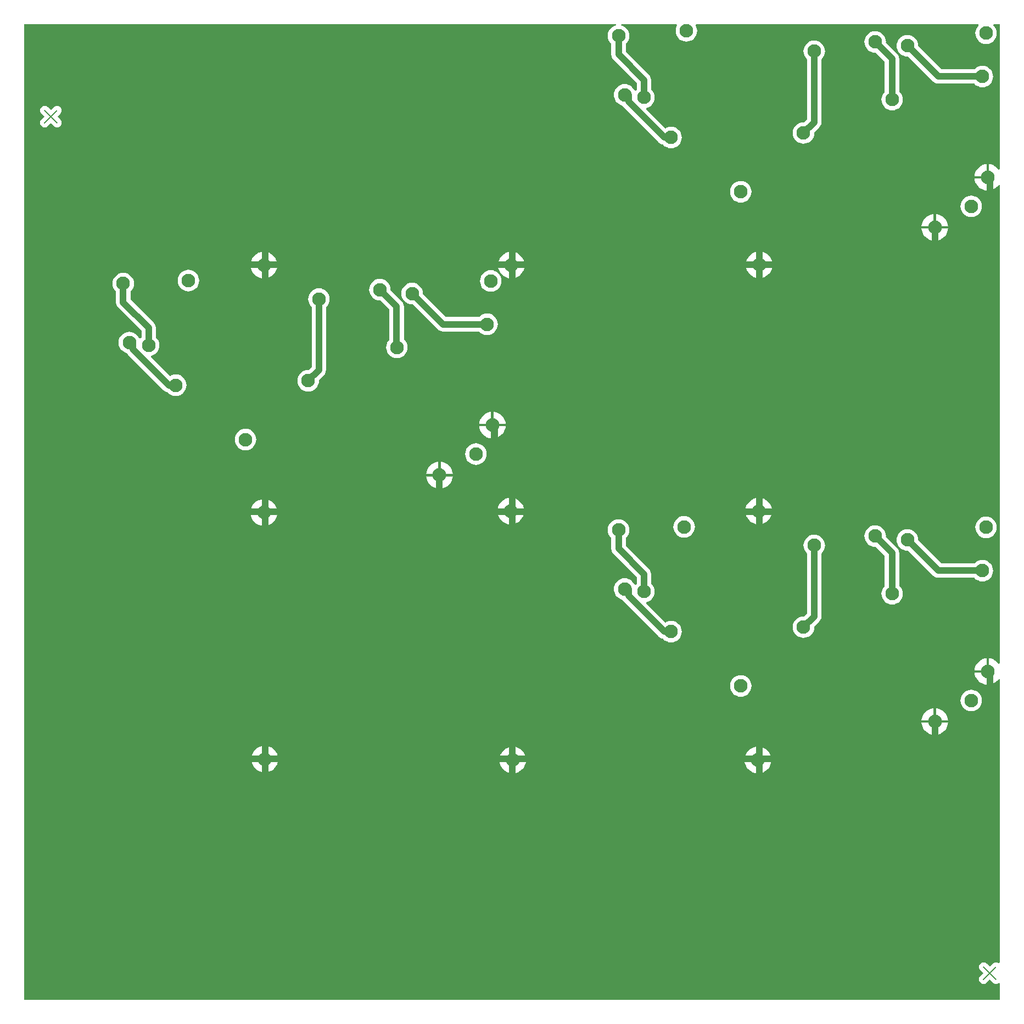
<source format=gbl>
G04 Layer_Physical_Order=2*
G04 Layer_Color=16711680*
%FSLAX25Y25*%
%MOIN*%
G70*
G01*
G75*
%ADD21C,0.03937*%
%ADD22C,0.00787*%
%ADD23C,0.08268*%
G36*
X596104Y507932D02*
X595317Y507759D01*
X594435Y508835D01*
X593206Y509843D01*
X591804Y510593D01*
X590282Y511054D01*
X589450Y511136D01*
Y503100D01*
Y495064D01*
X590282Y495146D01*
X591804Y495607D01*
X593206Y496357D01*
X594435Y497365D01*
X595317Y498441D01*
X596104Y498268D01*
Y207932D01*
X595317Y207759D01*
X594435Y208835D01*
X593206Y209843D01*
X591804Y210593D01*
X590282Y211054D01*
X589450Y211136D01*
Y203100D01*
Y195064D01*
X590282Y195146D01*
X591804Y195607D01*
X593206Y196357D01*
X594435Y197365D01*
X595317Y198441D01*
X596104Y198268D01*
Y26410D01*
X595317Y26021D01*
X595140Y26157D01*
X594469Y26435D01*
X593750Y26530D01*
X593031Y26435D01*
X592360Y26157D01*
X591784Y25716D01*
X590000Y23931D01*
X588215Y25716D01*
X587640Y26157D01*
X586969Y26435D01*
X586250Y26530D01*
X585531Y26435D01*
X584860Y26157D01*
X584284Y25716D01*
X583843Y25140D01*
X583565Y24469D01*
X583470Y23750D01*
X583565Y23031D01*
X583843Y22360D01*
X584284Y21784D01*
X586069Y20000D01*
X584284Y18215D01*
X583843Y17640D01*
X583565Y16969D01*
X583470Y16250D01*
X583565Y15531D01*
X583843Y14860D01*
X584284Y14285D01*
X584860Y13843D01*
X585531Y13565D01*
X586250Y13470D01*
X586969Y13565D01*
X587640Y13843D01*
X588215Y14285D01*
X590000Y16069D01*
X591784Y14285D01*
X592360Y13843D01*
X593031Y13565D01*
X593750Y13470D01*
X594469Y13565D01*
X595140Y13843D01*
X595317Y13979D01*
X596104Y13590D01*
Y3895D01*
X3895D01*
Y596104D01*
X362930D01*
X363046Y595317D01*
X362102Y595031D01*
X360974Y594427D01*
X359984Y593616D01*
X359173Y592626D01*
X358569Y591498D01*
X358198Y590273D01*
X358072Y589000D01*
X358198Y587727D01*
X358569Y586502D01*
X359173Y585373D01*
X359984Y584384D01*
X360232Y584181D01*
Y577600D01*
X360381Y576470D01*
X360817Y575416D01*
X361511Y574511D01*
X375632Y560391D01*
Y556419D01*
X375384Y556216D01*
X375101Y555870D01*
X374933Y555833D01*
X374177Y555985D01*
X373727Y556826D01*
X372916Y557816D01*
X371926Y558627D01*
X370798Y559231D01*
X369573Y559602D01*
X368300Y559727D01*
X367026Y559602D01*
X365802Y559231D01*
X364673Y558627D01*
X363684Y557816D01*
X362873Y556826D01*
X362269Y555698D01*
X361898Y554473D01*
X361772Y553200D01*
X361898Y551927D01*
X362269Y550702D01*
X362873Y549574D01*
X363684Y548584D01*
X364673Y547773D01*
X365802Y547169D01*
X366810Y546864D01*
X366817Y546845D01*
X367511Y545941D01*
X389241Y524211D01*
X390145Y523517D01*
X391199Y523081D01*
X391603Y523028D01*
X391884Y522684D01*
X392874Y521873D01*
X394002Y521269D01*
X395227Y520898D01*
X396500Y520773D01*
X397774Y520898D01*
X398998Y521269D01*
X400127Y521873D01*
X401116Y522684D01*
X401927Y523673D01*
X402531Y524802D01*
X402902Y526027D01*
X403027Y527300D01*
X402902Y528573D01*
X402531Y529798D01*
X401927Y530927D01*
X401116Y531916D01*
X400127Y532727D01*
X398998Y533331D01*
X397774Y533702D01*
X396500Y533827D01*
X395227Y533702D01*
X394002Y533331D01*
X393008Y532799D01*
X381347Y544460D01*
X381618Y545302D01*
X382498Y545569D01*
X383627Y546173D01*
X384616Y546984D01*
X385427Y547973D01*
X386031Y549102D01*
X386402Y550327D01*
X386527Y551600D01*
X386402Y552873D01*
X386031Y554098D01*
X385427Y555227D01*
X384616Y556216D01*
X384368Y556419D01*
Y562200D01*
X384219Y563331D01*
X383783Y564384D01*
X383089Y565289D01*
X368968Y579409D01*
Y584181D01*
X369216Y584384D01*
X370027Y585373D01*
X370631Y586502D01*
X371002Y587727D01*
X371128Y589000D01*
X371002Y590273D01*
X370631Y591498D01*
X370027Y592626D01*
X369216Y593616D01*
X368227Y594427D01*
X367098Y595031D01*
X366154Y595317D01*
X366270Y596104D01*
X399808D01*
X400207Y595317D01*
X399769Y594498D01*
X399398Y593273D01*
X399272Y592000D01*
X399398Y590727D01*
X399769Y589502D01*
X400373Y588374D01*
X401184Y587384D01*
X402174Y586573D01*
X403302Y585969D01*
X404527Y585598D01*
X405800Y585472D01*
X407073Y585598D01*
X408298Y585969D01*
X409426Y586573D01*
X410416Y587384D01*
X411227Y588374D01*
X411831Y589502D01*
X412202Y590727D01*
X412327Y592000D01*
X412202Y593273D01*
X411831Y594498D01*
X411393Y595317D01*
X411792Y596104D01*
X582926D01*
X583208Y595317D01*
X583084Y595216D01*
X582273Y594227D01*
X581669Y593098D01*
X581298Y591873D01*
X581173Y590600D01*
X581298Y589327D01*
X581669Y588102D01*
X582273Y586973D01*
X583084Y585984D01*
X584073Y585173D01*
X585202Y584569D01*
X586427Y584198D01*
X587700Y584072D01*
X588973Y584198D01*
X590198Y584569D01*
X591327Y585173D01*
X592316Y585984D01*
X593127Y586973D01*
X593731Y588102D01*
X594102Y589327D01*
X594228Y590600D01*
X594102Y591873D01*
X593731Y593098D01*
X593127Y594227D01*
X592316Y595216D01*
X592192Y595317D01*
X592474Y596104D01*
X596104D01*
Y507932D01*
D02*
G37*
%LPC*%
G36*
X148550Y298850D02*
X141264D01*
X141346Y298018D01*
X141807Y296497D01*
X142557Y295094D01*
X143565Y293865D01*
X144794Y292857D01*
X146196Y292107D01*
X147718Y291646D01*
X148550Y291564D01*
Y298850D01*
D02*
G37*
G36*
X404400Y297428D02*
X403126Y297302D01*
X401902Y296931D01*
X400773Y296327D01*
X399784Y295516D01*
X398973Y294527D01*
X398369Y293398D01*
X397998Y292174D01*
X397872Y290900D01*
X397998Y289627D01*
X398369Y288402D01*
X398973Y287274D01*
X399784Y286284D01*
X400773Y285473D01*
X401902Y284869D01*
X403126Y284498D01*
X404400Y284372D01*
X405674Y284498D01*
X406898Y284869D01*
X408027Y285473D01*
X409016Y286284D01*
X409827Y287274D01*
X410431Y288402D01*
X410802Y289627D01*
X410927Y290900D01*
X410802Y292174D01*
X410431Y293398D01*
X409827Y294527D01*
X409016Y295516D01*
X408027Y296327D01*
X406898Y296931D01*
X405674Y297302D01*
X404400Y297428D01*
D02*
G37*
G36*
X298350Y299750D02*
X291064D01*
X291146Y298918D01*
X291607Y297396D01*
X292357Y295994D01*
X293365Y294765D01*
X294594Y293757D01*
X295996Y293007D01*
X297518Y292546D01*
X298350Y292464D01*
Y299750D01*
D02*
G37*
G36*
X157336Y298850D02*
X150050D01*
Y291564D01*
X150882Y291646D01*
X152403Y292107D01*
X153806Y292857D01*
X155035Y293865D01*
X156043Y295094D01*
X156793Y296497D01*
X157254Y298018D01*
X157336Y298850D01*
D02*
G37*
G36*
X587700Y297128D02*
X586427Y297002D01*
X585202Y296631D01*
X584073Y296027D01*
X583084Y295216D01*
X582273Y294227D01*
X581669Y293098D01*
X581298Y291874D01*
X581173Y290600D01*
X581298Y289327D01*
X581669Y288102D01*
X582273Y286974D01*
X583084Y285984D01*
X584073Y285173D01*
X585202Y284569D01*
X586427Y284198D01*
X587700Y284072D01*
X588973Y284198D01*
X590198Y284569D01*
X591327Y285173D01*
X592316Y285984D01*
X593127Y286974D01*
X593731Y288102D01*
X594102Y289327D01*
X594228Y290600D01*
X594102Y291874D01*
X593731Y293098D01*
X593127Y294227D01*
X592316Y295216D01*
X591327Y296027D01*
X590198Y296631D01*
X588973Y297002D01*
X587700Y297128D01*
D02*
G37*
G36*
X520400Y291828D02*
X519127Y291702D01*
X517902Y291331D01*
X516774Y290727D01*
X515784Y289916D01*
X514973Y288927D01*
X514369Y287798D01*
X513998Y286574D01*
X513872Y285300D01*
X513998Y284027D01*
X514369Y282802D01*
X514973Y281674D01*
X515784Y280684D01*
X516774Y279873D01*
X517902Y279269D01*
X519127Y278898D01*
X520400Y278772D01*
X520719Y278804D01*
X526232Y273291D01*
Y255037D01*
X526084Y254916D01*
X525273Y253926D01*
X524669Y252798D01*
X524298Y251573D01*
X524172Y250300D01*
X524298Y249026D01*
X524669Y247802D01*
X525273Y246673D01*
X526084Y245684D01*
X527073Y244873D01*
X528202Y244269D01*
X529427Y243898D01*
X530700Y243773D01*
X531973Y243898D01*
X533198Y244269D01*
X534327Y244873D01*
X535316Y245684D01*
X536127Y246673D01*
X536731Y247802D01*
X537102Y249026D01*
X537227Y250300D01*
X537102Y251573D01*
X536731Y252798D01*
X536127Y253926D01*
X535316Y254916D01*
X534968Y255201D01*
Y275100D01*
X534819Y276231D01*
X534383Y277284D01*
X533689Y278189D01*
X526896Y284981D01*
X526928Y285300D01*
X526802Y286574D01*
X526431Y287798D01*
X525827Y288927D01*
X525016Y289916D01*
X524026Y290727D01*
X522898Y291331D01*
X521673Y291702D01*
X520400Y291828D01*
D02*
G37*
G36*
X483400Y286127D02*
X482127Y286002D01*
X480902Y285631D01*
X479774Y285027D01*
X478784Y284216D01*
X477973Y283226D01*
X477369Y282098D01*
X476998Y280873D01*
X476872Y279600D01*
X476998Y278327D01*
X477369Y277102D01*
X477973Y275974D01*
X478784Y274984D01*
X479032Y274781D01*
Y238309D01*
X477219Y236496D01*
X476900Y236527D01*
X475627Y236402D01*
X474402Y236031D01*
X473274Y235427D01*
X472284Y234616D01*
X471473Y233627D01*
X470869Y232498D01*
X470498Y231274D01*
X470372Y230000D01*
X470498Y228727D01*
X470869Y227502D01*
X471473Y226374D01*
X472284Y225384D01*
X473274Y224573D01*
X474402Y223969D01*
X475627Y223598D01*
X476900Y223472D01*
X478173Y223598D01*
X479398Y223969D01*
X480526Y224573D01*
X481516Y225384D01*
X482327Y226374D01*
X482931Y227502D01*
X483302Y228727D01*
X483427Y230000D01*
X483396Y230319D01*
X486489Y233411D01*
X487183Y234316D01*
X487619Y235369D01*
X487768Y236500D01*
Y274781D01*
X488016Y274984D01*
X488827Y275974D01*
X489431Y277102D01*
X489802Y278327D01*
X489927Y279600D01*
X489802Y280873D01*
X489431Y282098D01*
X488827Y283226D01*
X488016Y284216D01*
X487027Y285027D01*
X485898Y285631D01*
X484673Y286002D01*
X483400Y286127D01*
D02*
G37*
G36*
X539961Y289504D02*
X538687Y289378D01*
X537463Y289007D01*
X536334Y288404D01*
X535345Y287592D01*
X534533Y286603D01*
X533930Y285474D01*
X533559Y284249D01*
X533433Y282976D01*
X533559Y281703D01*
X533930Y280478D01*
X534533Y279350D01*
X535345Y278361D01*
X536334Y277549D01*
X537463Y276945D01*
X538687Y276574D01*
X539961Y276449D01*
X540428Y276495D01*
X555711Y261211D01*
X556616Y260517D01*
X557669Y260081D01*
X558800Y259932D01*
X580681D01*
X580884Y259684D01*
X581874Y258873D01*
X583002Y258269D01*
X584227Y257898D01*
X585500Y257772D01*
X586773Y257898D01*
X587998Y258269D01*
X589126Y258873D01*
X590116Y259684D01*
X590927Y260673D01*
X591531Y261802D01*
X591902Y263026D01*
X592028Y264300D01*
X591902Y265574D01*
X591531Y266798D01*
X590927Y267927D01*
X590116Y268916D01*
X589126Y269727D01*
X587998Y270331D01*
X586773Y270702D01*
X585500Y270828D01*
X584227Y270702D01*
X583002Y270331D01*
X581874Y269727D01*
X580884Y268916D01*
X580681Y268668D01*
X560609D01*
X546471Y282806D01*
X546488Y282976D01*
X546363Y284249D01*
X545991Y285474D01*
X545388Y286603D01*
X544576Y287592D01*
X543587Y288404D01*
X542459Y289007D01*
X541234Y289378D01*
X539961Y289504D01*
D02*
G37*
G36*
X364600Y295528D02*
X363327Y295402D01*
X362102Y295031D01*
X360974Y294427D01*
X359984Y293616D01*
X359173Y292627D01*
X358569Y291498D01*
X358198Y290273D01*
X358072Y289000D01*
X358198Y287726D01*
X358569Y286502D01*
X359173Y285373D01*
X359984Y284384D01*
X360232Y284181D01*
Y277600D01*
X360381Y276469D01*
X360817Y275416D01*
X361511Y274511D01*
X375632Y260391D01*
Y256419D01*
X375384Y256216D01*
X375101Y255871D01*
X374933Y255833D01*
X374177Y255985D01*
X373727Y256826D01*
X372916Y257816D01*
X371926Y258627D01*
X370798Y259231D01*
X369573Y259602D01*
X368300Y259728D01*
X367026Y259602D01*
X365802Y259231D01*
X364673Y258627D01*
X363684Y257816D01*
X362873Y256826D01*
X362269Y255698D01*
X361898Y254473D01*
X361772Y253200D01*
X361898Y251926D01*
X362269Y250702D01*
X362873Y249573D01*
X363684Y248584D01*
X364673Y247773D01*
X365802Y247169D01*
X366810Y246864D01*
X366817Y246845D01*
X367511Y245941D01*
X389241Y224211D01*
X390145Y223517D01*
X391199Y223081D01*
X391603Y223028D01*
X391884Y222684D01*
X392874Y221873D01*
X394002Y221269D01*
X395227Y220898D01*
X396500Y220773D01*
X397774Y220898D01*
X398998Y221269D01*
X400127Y221873D01*
X401116Y222684D01*
X401927Y223674D01*
X402531Y224802D01*
X402902Y226027D01*
X403027Y227300D01*
X402902Y228573D01*
X402531Y229798D01*
X401927Y230926D01*
X401116Y231916D01*
X400127Y232727D01*
X398998Y233331D01*
X397774Y233702D01*
X396500Y233827D01*
X395227Y233702D01*
X394002Y233331D01*
X393008Y232799D01*
X381347Y244460D01*
X381618Y245302D01*
X382498Y245569D01*
X383627Y246173D01*
X384616Y246984D01*
X385427Y247973D01*
X386031Y249102D01*
X386402Y250326D01*
X386527Y251600D01*
X386402Y252873D01*
X386031Y254098D01*
X385427Y255226D01*
X384616Y256216D01*
X384368Y256419D01*
Y262200D01*
X384219Y263331D01*
X383783Y264384D01*
X383089Y265289D01*
X368968Y279409D01*
Y284181D01*
X369216Y284384D01*
X370027Y285373D01*
X370631Y286502D01*
X371002Y287726D01*
X371128Y289000D01*
X371002Y290273D01*
X370631Y291498D01*
X370027Y292627D01*
X369216Y293616D01*
X368227Y294427D01*
X367098Y295031D01*
X365874Y295402D01*
X364600Y295528D01*
D02*
G37*
G36*
X307136Y299750D02*
X299850D01*
Y292464D01*
X300682Y292546D01*
X302203Y293007D01*
X303606Y293757D01*
X304835Y294765D01*
X305843Y295994D01*
X306593Y297396D01*
X307054Y298918D01*
X307136Y299750D01*
D02*
G37*
G36*
X448950Y308536D02*
X448118Y308454D01*
X446596Y307993D01*
X445194Y307243D01*
X443965Y306235D01*
X442957Y305006D01*
X442207Y303604D01*
X441746Y302082D01*
X441664Y301250D01*
X448950D01*
Y308536D01*
D02*
G37*
G36*
X299850D02*
Y301250D01*
X307136D01*
X307054Y302082D01*
X306593Y303604D01*
X305843Y305006D01*
X304835Y306235D01*
X303606Y307243D01*
X302203Y307993D01*
X300682Y308454D01*
X299850Y308536D01*
D02*
G37*
G36*
X255150Y321550D02*
X247864D01*
X247946Y320718D01*
X248407Y319197D01*
X249157Y317794D01*
X250165Y316565D01*
X251394Y315557D01*
X252797Y314807D01*
X254318Y314346D01*
X255150Y314264D01*
Y321550D01*
D02*
G37*
G36*
X450450Y308536D02*
Y301250D01*
X457736D01*
X457654Y302082D01*
X457193Y303604D01*
X456443Y305006D01*
X455435Y306235D01*
X454206Y307243D01*
X452804Y307993D01*
X451282Y308454D01*
X450450Y308536D01*
D02*
G37*
G36*
X298350D02*
X297518Y308454D01*
X295996Y307993D01*
X294594Y307243D01*
X293365Y306235D01*
X292357Y305006D01*
X291607Y303604D01*
X291146Y302082D01*
X291064Y301250D01*
X298350D01*
Y308536D01*
D02*
G37*
G36*
X457736Y299750D02*
X450450D01*
Y292464D01*
X451282Y292546D01*
X452804Y293007D01*
X454206Y293757D01*
X455435Y294765D01*
X456443Y295994D01*
X457193Y297396D01*
X457654Y298918D01*
X457736Y299750D01*
D02*
G37*
G36*
X448950D02*
X441664D01*
X441746Y298918D01*
X442207Y297396D01*
X442957Y295994D01*
X443965Y294765D01*
X445194Y293757D01*
X446596Y293007D01*
X448118Y292546D01*
X448950Y292464D01*
Y299750D01*
D02*
G37*
G36*
X150050Y307636D02*
Y300350D01*
X157336D01*
X157254Y301182D01*
X156793Y302703D01*
X156043Y304106D01*
X155035Y305335D01*
X153806Y306343D01*
X152403Y307093D01*
X150882Y307554D01*
X150050Y307636D01*
D02*
G37*
G36*
X148550D02*
X147718Y307554D01*
X146196Y307093D01*
X144794Y306343D01*
X143565Y305335D01*
X142557Y304106D01*
X141807Y302703D01*
X141346Y301182D01*
X141264Y300350D01*
X148550D01*
Y307636D01*
D02*
G37*
G36*
X587950Y211136D02*
X587118Y211054D01*
X585597Y210593D01*
X584194Y209843D01*
X582965Y208835D01*
X581957Y207606D01*
X581207Y206204D01*
X580746Y204682D01*
X580664Y203850D01*
X587950D01*
Y211136D01*
D02*
G37*
G36*
X299650Y157436D02*
X298818Y157354D01*
X297297Y156893D01*
X295894Y156143D01*
X294665Y155135D01*
X293657Y153906D01*
X292907Y152504D01*
X292446Y150982D01*
X292364Y150150D01*
X299650D01*
Y157436D01*
D02*
G37*
G36*
X157836Y149150D02*
X150550D01*
Y141864D01*
X151382Y141946D01*
X152903Y142407D01*
X154306Y143157D01*
X155535Y144165D01*
X156543Y145394D01*
X157293Y146797D01*
X157754Y148318D01*
X157836Y149150D01*
D02*
G37*
G36*
X448450Y157436D02*
X447618Y157354D01*
X446097Y156893D01*
X444694Y156143D01*
X443465Y155135D01*
X442457Y153906D01*
X441707Y152504D01*
X441246Y150982D01*
X441164Y150150D01*
X448450D01*
Y157436D01*
D02*
G37*
G36*
X301150D02*
Y150150D01*
X308436D01*
X308354Y150982D01*
X307893Y152504D01*
X307143Y153906D01*
X306135Y155135D01*
X304906Y156143D01*
X303503Y156893D01*
X301982Y157354D01*
X301150Y157436D01*
D02*
G37*
G36*
X149050Y149150D02*
X141764D01*
X141846Y148318D01*
X142307Y146797D01*
X143057Y145394D01*
X144065Y144165D01*
X145294Y143157D01*
X146696Y142407D01*
X148218Y141946D01*
X149050Y141864D01*
Y149150D01*
D02*
G37*
G36*
X308436Y148650D02*
X301150D01*
Y141364D01*
X301982Y141446D01*
X303503Y141907D01*
X304906Y142657D01*
X306135Y143665D01*
X307143Y144894D01*
X307893Y146297D01*
X308354Y147818D01*
X308436Y148650D01*
D02*
G37*
G36*
X299650D02*
X292364D01*
X292446Y147818D01*
X292907Y146297D01*
X293657Y144894D01*
X294665Y143665D01*
X295894Y142657D01*
X297297Y141907D01*
X298818Y141446D01*
X299650Y141364D01*
Y148650D01*
D02*
G37*
G36*
X457236D02*
X449950D01*
Y141364D01*
X450782Y141446D01*
X452304Y141907D01*
X453706Y142657D01*
X454935Y143665D01*
X455943Y144894D01*
X456693Y146297D01*
X457154Y147818D01*
X457236Y148650D01*
D02*
G37*
G36*
X448450D02*
X441164D01*
X441246Y147818D01*
X441707Y146297D01*
X442457Y144894D01*
X443465Y143665D01*
X444694Y142657D01*
X446097Y141907D01*
X447618Y141446D01*
X448450Y141364D01*
Y148650D01*
D02*
G37*
G36*
X449950Y157436D02*
Y150150D01*
X457236D01*
X457154Y150982D01*
X456693Y152504D01*
X455943Y153906D01*
X454935Y155135D01*
X453706Y156143D01*
X452304Y156893D01*
X450782Y157354D01*
X449950Y157436D01*
D02*
G37*
G36*
X578712Y192039D02*
X577438Y191914D01*
X576214Y191542D01*
X575085Y190939D01*
X574096Y190127D01*
X573284Y189138D01*
X572681Y188010D01*
X572310Y186785D01*
X572184Y185512D01*
X572310Y184238D01*
X572681Y183014D01*
X573284Y181885D01*
X574096Y180896D01*
X575085Y180084D01*
X576214Y179481D01*
X577438Y179110D01*
X578712Y178984D01*
X579985Y179110D01*
X581210Y179481D01*
X582338Y180084D01*
X583327Y180896D01*
X584139Y181885D01*
X584742Y183014D01*
X585114Y184238D01*
X585239Y185512D01*
X585114Y186785D01*
X584742Y188010D01*
X584139Y189138D01*
X583327Y190127D01*
X582338Y190939D01*
X581210Y191542D01*
X579985Y191914D01*
X578712Y192039D01*
D02*
G37*
G36*
X557350Y180736D02*
Y173450D01*
X564636D01*
X564554Y174282D01*
X564093Y175803D01*
X563343Y177206D01*
X562335Y178435D01*
X561106Y179443D01*
X559703Y180193D01*
X558182Y180654D01*
X557350Y180736D01*
D02*
G37*
G36*
X587950Y202350D02*
X580664D01*
X580746Y201518D01*
X581207Y199996D01*
X581957Y198594D01*
X582965Y197365D01*
X584194Y196357D01*
X585597Y195607D01*
X587118Y195146D01*
X587950Y195064D01*
Y202350D01*
D02*
G37*
G36*
X438819Y200846D02*
X437545Y200721D01*
X436321Y200349D01*
X435192Y199746D01*
X434203Y198934D01*
X433392Y197945D01*
X432788Y196817D01*
X432417Y195592D01*
X432291Y194319D01*
X432417Y193045D01*
X432788Y191821D01*
X433392Y190692D01*
X434203Y189703D01*
X435192Y188891D01*
X436321Y188288D01*
X437545Y187917D01*
X438819Y187791D01*
X440092Y187917D01*
X441317Y188288D01*
X442445Y188891D01*
X443434Y189703D01*
X444246Y190692D01*
X444849Y191821D01*
X445221Y193045D01*
X445346Y194319D01*
X445221Y195592D01*
X444849Y196817D01*
X444246Y197945D01*
X443434Y198934D01*
X442445Y199746D01*
X441317Y200349D01*
X440092Y200721D01*
X438819Y200846D01*
D02*
G37*
G36*
X555850Y180736D02*
X555018Y180654D01*
X553497Y180193D01*
X552094Y179443D01*
X550865Y178435D01*
X549857Y177206D01*
X549107Y175803D01*
X548646Y174282D01*
X548564Y173450D01*
X555850D01*
Y180736D01*
D02*
G37*
G36*
X150550Y157936D02*
Y150650D01*
X157836D01*
X157754Y151482D01*
X157293Y153004D01*
X156543Y154406D01*
X155535Y155635D01*
X154306Y156643D01*
X152903Y157393D01*
X151382Y157854D01*
X150550Y157936D01*
D02*
G37*
G36*
X149050D02*
X148218Y157854D01*
X146696Y157393D01*
X145294Y156643D01*
X144065Y155635D01*
X143057Y154406D01*
X142307Y153004D01*
X141846Y151482D01*
X141764Y150650D01*
X149050D01*
Y157936D01*
D02*
G37*
G36*
X564636Y171950D02*
X557350D01*
Y164664D01*
X558182Y164746D01*
X559703Y165207D01*
X561106Y165957D01*
X562335Y166965D01*
X563343Y168194D01*
X564093Y169597D01*
X564554Y171118D01*
X564636Y171950D01*
D02*
G37*
G36*
X555850D02*
X548564D01*
X548646Y171118D01*
X549107Y169597D01*
X549857Y168194D01*
X550865Y166965D01*
X552094Y165957D01*
X553497Y165207D01*
X555018Y164746D01*
X555850Y164664D01*
Y171950D01*
D02*
G37*
G36*
X450750Y458036D02*
Y450750D01*
X458036D01*
X457954Y451582D01*
X457493Y453103D01*
X456743Y454506D01*
X455735Y455735D01*
X454506Y456743D01*
X453103Y457493D01*
X451582Y457954D01*
X450750Y458036D01*
D02*
G37*
G36*
X449250D02*
X448418Y457954D01*
X446897Y457493D01*
X445494Y456743D01*
X444265Y455735D01*
X443257Y454506D01*
X442507Y453103D01*
X442046Y451582D01*
X441964Y450750D01*
X449250D01*
Y458036D01*
D02*
G37*
G36*
X564636Y471950D02*
X557350D01*
Y464664D01*
X558182Y464746D01*
X559703Y465207D01*
X561106Y465957D01*
X562335Y466965D01*
X563343Y468194D01*
X564093Y469596D01*
X564554Y471118D01*
X564636Y471950D01*
D02*
G37*
G36*
X555850D02*
X548564D01*
X548646Y471118D01*
X549107Y469596D01*
X549857Y468194D01*
X550865Y466965D01*
X552094Y465957D01*
X553497Y465207D01*
X555018Y464746D01*
X555850Y464664D01*
Y471950D01*
D02*
G37*
G36*
X300250Y457836D02*
Y450550D01*
X307536D01*
X307454Y451382D01*
X306993Y452904D01*
X306243Y454306D01*
X305235Y455535D01*
X304006Y456543D01*
X302604Y457293D01*
X301082Y457754D01*
X300250Y457836D01*
D02*
G37*
G36*
X148550D02*
X147718Y457754D01*
X146196Y457293D01*
X144794Y456543D01*
X143565Y455535D01*
X142557Y454306D01*
X141807Y452904D01*
X141346Y451382D01*
X141264Y450550D01*
X148550D01*
Y457836D01*
D02*
G37*
G36*
X458036Y449250D02*
X450750D01*
Y441964D01*
X451582Y442046D01*
X453103Y442507D01*
X454506Y443257D01*
X455735Y444265D01*
X456743Y445494D01*
X457493Y446897D01*
X457954Y448418D01*
X458036Y449250D01*
D02*
G37*
G36*
X298750Y457836D02*
X297918Y457754D01*
X296396Y457293D01*
X294994Y456543D01*
X293765Y455535D01*
X292757Y454306D01*
X292007Y452904D01*
X291546Y451382D01*
X291464Y450550D01*
X298750D01*
Y457836D01*
D02*
G37*
G36*
X150050D02*
Y450550D01*
X157336D01*
X157254Y451382D01*
X156793Y452904D01*
X156043Y454306D01*
X155035Y455535D01*
X153806Y456543D01*
X152403Y457293D01*
X150882Y457754D01*
X150050Y457836D01*
D02*
G37*
G36*
X555850Y480736D02*
X555018Y480654D01*
X553497Y480193D01*
X552094Y479443D01*
X550865Y478435D01*
X549857Y477206D01*
X549107Y475804D01*
X548646Y474282D01*
X548564Y473450D01*
X555850D01*
Y480736D01*
D02*
G37*
G36*
X520400Y591827D02*
X519127Y591702D01*
X517902Y591331D01*
X516774Y590727D01*
X515784Y589916D01*
X514973Y588927D01*
X514369Y587798D01*
X513998Y586573D01*
X513872Y585300D01*
X513998Y584027D01*
X514369Y582802D01*
X514973Y581673D01*
X515784Y580684D01*
X516774Y579873D01*
X517902Y579269D01*
X519127Y578898D01*
X520400Y578772D01*
X520719Y578804D01*
X526232Y573291D01*
Y555037D01*
X526084Y554916D01*
X525273Y553927D01*
X524669Y552798D01*
X524298Y551573D01*
X524172Y550300D01*
X524298Y549027D01*
X524669Y547802D01*
X525273Y546673D01*
X526084Y545684D01*
X527073Y544873D01*
X528202Y544269D01*
X529427Y543898D01*
X530700Y543773D01*
X531973Y543898D01*
X533198Y544269D01*
X534327Y544873D01*
X535316Y545684D01*
X536127Y546673D01*
X536731Y547802D01*
X537102Y549027D01*
X537227Y550300D01*
X537102Y551573D01*
X536731Y552798D01*
X536127Y553927D01*
X535316Y554916D01*
X534968Y555201D01*
Y575100D01*
X534819Y576230D01*
X534383Y577284D01*
X533689Y578189D01*
X526896Y584981D01*
X526928Y585300D01*
X526802Y586573D01*
X526431Y587798D01*
X525827Y588927D01*
X525016Y589916D01*
X524026Y590727D01*
X522898Y591331D01*
X521673Y591702D01*
X520400Y591827D01*
D02*
G37*
G36*
X483400Y586128D02*
X482127Y586002D01*
X480902Y585631D01*
X479774Y585027D01*
X478784Y584216D01*
X477973Y583226D01*
X477369Y582098D01*
X476998Y580873D01*
X476872Y579600D01*
X476998Y578327D01*
X477369Y577102D01*
X477973Y575974D01*
X478784Y574984D01*
X479032Y574781D01*
Y538309D01*
X477219Y536496D01*
X476900Y536527D01*
X475627Y536402D01*
X474402Y536031D01*
X473274Y535427D01*
X472284Y534616D01*
X471473Y533627D01*
X470869Y532498D01*
X470498Y531273D01*
X470372Y530000D01*
X470498Y528727D01*
X470869Y527502D01*
X471473Y526373D01*
X472284Y525384D01*
X473274Y524573D01*
X474402Y523969D01*
X475627Y523598D01*
X476900Y523472D01*
X478173Y523598D01*
X479398Y523969D01*
X480526Y524573D01*
X481516Y525384D01*
X482327Y526373D01*
X482931Y527502D01*
X483302Y528727D01*
X483427Y530000D01*
X483396Y530319D01*
X486489Y533411D01*
X487183Y534316D01*
X487619Y535369D01*
X487768Y536500D01*
Y574781D01*
X488016Y574984D01*
X488827Y575974D01*
X489431Y577102D01*
X489802Y578327D01*
X489927Y579600D01*
X489802Y580873D01*
X489431Y582098D01*
X488827Y583226D01*
X488016Y584216D01*
X487027Y585027D01*
X485898Y585631D01*
X484673Y586002D01*
X483400Y586128D01*
D02*
G37*
G36*
X539961Y589504D02*
X538687Y589378D01*
X537463Y589007D01*
X536334Y588404D01*
X535345Y587592D01*
X534533Y586603D01*
X533930Y585474D01*
X533559Y584249D01*
X533433Y582976D01*
X533559Y581703D01*
X533930Y580478D01*
X534533Y579350D01*
X535345Y578361D01*
X536334Y577549D01*
X537463Y576945D01*
X538687Y576574D01*
X539961Y576449D01*
X540428Y576495D01*
X555711Y561211D01*
X556616Y560517D01*
X557669Y560081D01*
X558800Y559932D01*
X580681D01*
X580884Y559684D01*
X581874Y558873D01*
X583002Y558269D01*
X584227Y557898D01*
X585500Y557772D01*
X586773Y557898D01*
X587998Y558269D01*
X589126Y558873D01*
X590116Y559684D01*
X590927Y560674D01*
X591531Y561802D01*
X591902Y563027D01*
X592028Y564300D01*
X591902Y565573D01*
X591531Y566798D01*
X590927Y567927D01*
X590116Y568916D01*
X589126Y569727D01*
X587998Y570331D01*
X586773Y570702D01*
X585500Y570827D01*
X584227Y570702D01*
X583002Y570331D01*
X581874Y569727D01*
X580884Y568916D01*
X580681Y568668D01*
X560609D01*
X546471Y582806D01*
X546488Y582976D01*
X546363Y584249D01*
X545991Y585474D01*
X545388Y586603D01*
X544576Y587592D01*
X543587Y588404D01*
X542459Y589007D01*
X541234Y589378D01*
X539961Y589504D01*
D02*
G37*
G36*
X23750Y546530D02*
X23031Y546435D01*
X22360Y546157D01*
X21784Y545716D01*
X20000Y543931D01*
X18215Y545716D01*
X17640Y546157D01*
X16969Y546435D01*
X16250Y546530D01*
X15531Y546435D01*
X14860Y546157D01*
X14285Y545716D01*
X13843Y545140D01*
X13565Y544469D01*
X13470Y543750D01*
X13565Y543031D01*
X13843Y542360D01*
X14285Y541784D01*
X16069Y540000D01*
X14285Y538215D01*
X13843Y537640D01*
X13565Y536969D01*
X13470Y536250D01*
X13565Y535531D01*
X13843Y534860D01*
X14285Y534284D01*
X14860Y533843D01*
X15531Y533565D01*
X16250Y533470D01*
X16969Y533565D01*
X17640Y533843D01*
X18215Y534284D01*
X20000Y536069D01*
X21784Y534284D01*
X22360Y533843D01*
X23031Y533565D01*
X23750Y533470D01*
X24469Y533565D01*
X25140Y533843D01*
X25716Y534284D01*
X26157Y534860D01*
X26435Y535531D01*
X26530Y536250D01*
X26435Y536969D01*
X26157Y537640D01*
X25716Y538215D01*
X23931Y540000D01*
X25716Y541784D01*
X26157Y542360D01*
X26435Y543031D01*
X26530Y543750D01*
X26435Y544469D01*
X26157Y545140D01*
X25716Y545716D01*
X25140Y546157D01*
X24469Y546435D01*
X23750Y546530D01*
D02*
G37*
G36*
X587950Y511136D02*
X587118Y511054D01*
X585597Y510593D01*
X584194Y509843D01*
X582965Y508835D01*
X581957Y507606D01*
X581207Y506204D01*
X580746Y504682D01*
X580664Y503850D01*
X587950D01*
Y511136D01*
D02*
G37*
G36*
X578712Y492039D02*
X577438Y491914D01*
X576214Y491542D01*
X575085Y490939D01*
X574096Y490127D01*
X573284Y489138D01*
X572681Y488010D01*
X572310Y486785D01*
X572184Y485512D01*
X572310Y484238D01*
X572681Y483014D01*
X573284Y481885D01*
X574096Y480896D01*
X575085Y480084D01*
X576214Y479481D01*
X577438Y479110D01*
X578712Y478984D01*
X579985Y479110D01*
X581210Y479481D01*
X582338Y480084D01*
X583327Y480896D01*
X584139Y481885D01*
X584742Y483014D01*
X585114Y484238D01*
X585239Y485512D01*
X585114Y486785D01*
X584742Y488010D01*
X584139Y489138D01*
X583327Y490127D01*
X582338Y490939D01*
X581210Y491542D01*
X579985Y491914D01*
X578712Y492039D01*
D02*
G37*
G36*
X557350Y480736D02*
Y473450D01*
X564636D01*
X564554Y474282D01*
X564093Y475804D01*
X563343Y477206D01*
X562335Y478435D01*
X561106Y479443D01*
X559703Y480193D01*
X558182Y480654D01*
X557350Y480736D01*
D02*
G37*
G36*
X587950Y502350D02*
X580664D01*
X580746Y501518D01*
X581207Y499997D01*
X581957Y498594D01*
X582965Y497365D01*
X584194Y496357D01*
X585597Y495607D01*
X587118Y495146D01*
X587950Y495064D01*
Y502350D01*
D02*
G37*
G36*
X438819Y500846D02*
X437545Y500721D01*
X436321Y500350D01*
X435192Y499746D01*
X434203Y498935D01*
X433392Y497945D01*
X432788Y496817D01*
X432417Y495592D01*
X432291Y494319D01*
X432417Y493045D01*
X432788Y491821D01*
X433392Y490692D01*
X434203Y489703D01*
X435192Y488892D01*
X436321Y488288D01*
X437545Y487917D01*
X438819Y487791D01*
X440092Y487917D01*
X441317Y488288D01*
X442445Y488892D01*
X443434Y489703D01*
X444246Y490692D01*
X444849Y491821D01*
X445221Y493045D01*
X445346Y494319D01*
X445221Y495592D01*
X444849Y496817D01*
X444246Y497945D01*
X443434Y498935D01*
X442445Y499746D01*
X441317Y500350D01*
X440092Y500721D01*
X438819Y500846D01*
D02*
G37*
G36*
X449250Y449250D02*
X441964D01*
X442046Y448418D01*
X442507Y446897D01*
X443257Y445494D01*
X444265Y444265D01*
X445494Y443257D01*
X446897Y442507D01*
X448418Y442046D01*
X449250Y441964D01*
Y449250D01*
D02*
G37*
G36*
X296036Y351950D02*
X288750D01*
Y344664D01*
X289582Y344746D01*
X291104Y345207D01*
X292506Y345957D01*
X293735Y346965D01*
X294743Y348194D01*
X295493Y349597D01*
X295954Y351118D01*
X296036Y351950D01*
D02*
G37*
G36*
X287250D02*
X279964D01*
X280046Y351118D01*
X280507Y349597D01*
X281257Y348194D01*
X282265Y346965D01*
X283494Y345957D01*
X284896Y345207D01*
X286418Y344746D01*
X287250Y344664D01*
Y351950D01*
D02*
G37*
G36*
X288750Y360736D02*
Y353450D01*
X296036D01*
X295954Y354282D01*
X295493Y355803D01*
X294743Y357206D01*
X293735Y358435D01*
X292506Y359443D01*
X291104Y360193D01*
X289582Y360654D01*
X288750Y360736D01*
D02*
G37*
G36*
X287250D02*
X286418Y360654D01*
X284896Y360193D01*
X283494Y359443D01*
X282265Y358435D01*
X281257Y357206D01*
X280507Y355803D01*
X280046Y354282D01*
X279964Y353450D01*
X287250D01*
Y360736D01*
D02*
G37*
G36*
X138119Y350446D02*
X136846Y350321D01*
X135621Y349950D01*
X134492Y349346D01*
X133503Y348534D01*
X132692Y347545D01*
X132088Y346417D01*
X131717Y345192D01*
X131591Y343919D01*
X131717Y342645D01*
X132088Y341421D01*
X132692Y340292D01*
X133503Y339303D01*
X134492Y338492D01*
X135621Y337888D01*
X136846Y337517D01*
X138119Y337391D01*
X139392Y337517D01*
X140617Y337888D01*
X141745Y338492D01*
X142735Y339303D01*
X143546Y340292D01*
X144149Y341421D01*
X144521Y342645D01*
X144646Y343919D01*
X144521Y345192D01*
X144149Y346417D01*
X143546Y347545D01*
X142735Y348534D01*
X141745Y349346D01*
X140617Y349950D01*
X139392Y350321D01*
X138119Y350446D01*
D02*
G37*
G36*
X255150Y330336D02*
X254318Y330254D01*
X252797Y329793D01*
X251394Y329043D01*
X250165Y328035D01*
X249157Y326806D01*
X248407Y325403D01*
X247946Y323882D01*
X247864Y323050D01*
X255150D01*
Y330336D01*
D02*
G37*
G36*
X263936Y321550D02*
X256650D01*
Y314264D01*
X257482Y314346D01*
X259003Y314807D01*
X260406Y315557D01*
X261635Y316565D01*
X262643Y317794D01*
X263393Y319197D01*
X263854Y320718D01*
X263936Y321550D01*
D02*
G37*
G36*
X278012Y341639D02*
X276738Y341514D01*
X275514Y341142D01*
X274385Y340539D01*
X273396Y339727D01*
X272584Y338738D01*
X271981Y337610D01*
X271610Y336385D01*
X271484Y335112D01*
X271610Y333838D01*
X271981Y332614D01*
X272584Y331485D01*
X273396Y330496D01*
X274385Y329684D01*
X275514Y329081D01*
X276738Y328710D01*
X278012Y328584D01*
X279285Y328710D01*
X280510Y329081D01*
X281638Y329684D01*
X282627Y330496D01*
X283439Y331485D01*
X284042Y332614D01*
X284414Y333838D01*
X284539Y335112D01*
X284414Y336385D01*
X284042Y337610D01*
X283439Y338738D01*
X282627Y339727D01*
X281638Y340539D01*
X280510Y341142D01*
X279285Y341514D01*
X278012Y341639D01*
D02*
G37*
G36*
X256650Y330336D02*
Y323050D01*
X263936D01*
X263854Y323882D01*
X263393Y325403D01*
X262643Y326806D01*
X261635Y328035D01*
X260406Y329043D01*
X259003Y329793D01*
X257482Y330254D01*
X256650Y330336D01*
D02*
G37*
G36*
X182700Y435728D02*
X181427Y435602D01*
X180202Y435231D01*
X179074Y434627D01*
X178084Y433816D01*
X177273Y432827D01*
X176669Y431698D01*
X176298Y430473D01*
X176172Y429200D01*
X176298Y427927D01*
X176669Y426702D01*
X177273Y425573D01*
X178084Y424584D01*
X178332Y424381D01*
Y387909D01*
X176519Y386096D01*
X176200Y386127D01*
X174926Y386002D01*
X173702Y385631D01*
X172573Y385027D01*
X171584Y384216D01*
X170773Y383226D01*
X170169Y382098D01*
X169798Y380873D01*
X169673Y379600D01*
X169798Y378327D01*
X170169Y377102D01*
X170773Y375974D01*
X171584Y374984D01*
X172573Y374173D01*
X173702Y373569D01*
X174926Y373198D01*
X176200Y373073D01*
X177473Y373198D01*
X178698Y373569D01*
X179826Y374173D01*
X180816Y374984D01*
X181627Y375974D01*
X182231Y377102D01*
X182602Y378327D01*
X182728Y379600D01*
X182696Y379919D01*
X185789Y383011D01*
X186483Y383916D01*
X186919Y384969D01*
X187068Y386100D01*
Y424381D01*
X187316Y424584D01*
X188127Y425573D01*
X188731Y426702D01*
X189102Y427927D01*
X189227Y429200D01*
X189102Y430473D01*
X188731Y431698D01*
X188127Y432827D01*
X187316Y433816D01*
X186327Y434627D01*
X185198Y435231D01*
X183974Y435602D01*
X182700Y435728D01*
D02*
G37*
G36*
X157336Y449050D02*
X150050D01*
Y441764D01*
X150882Y441846D01*
X152403Y442307D01*
X153806Y443057D01*
X155035Y444065D01*
X156043Y445294D01*
X156793Y446697D01*
X157254Y448218D01*
X157336Y449050D01*
D02*
G37*
G36*
X148550D02*
X141264D01*
X141346Y448218D01*
X141807Y446697D01*
X142557Y445294D01*
X143565Y444065D01*
X144794Y443057D01*
X146196Y442307D01*
X147718Y441846D01*
X148550Y441764D01*
Y449050D01*
D02*
G37*
G36*
X307536D02*
X300250D01*
Y441764D01*
X301082Y441846D01*
X302604Y442307D01*
X304006Y443057D01*
X305235Y444065D01*
X306243Y445294D01*
X306993Y446697D01*
X307454Y448218D01*
X307536Y449050D01*
D02*
G37*
G36*
X298750D02*
X291464D01*
X291546Y448218D01*
X292007Y446697D01*
X292757Y445294D01*
X293765Y444065D01*
X294994Y443057D01*
X296396Y442307D01*
X297918Y441846D01*
X298750Y441764D01*
Y449050D01*
D02*
G37*
G36*
X103500Y446927D02*
X102226Y446802D01*
X101002Y446431D01*
X99874Y445827D01*
X98884Y445016D01*
X98073Y444027D01*
X97469Y442898D01*
X97098Y441673D01*
X96973Y440400D01*
X97098Y439127D01*
X97469Y437902D01*
X98073Y436773D01*
X98884Y435784D01*
X99874Y434973D01*
X101002Y434369D01*
X102226Y433998D01*
X103500Y433873D01*
X104773Y433998D01*
X105998Y434369D01*
X107126Y434973D01*
X108116Y435784D01*
X108927Y436773D01*
X109531Y437902D01*
X109902Y439127D01*
X110028Y440400D01*
X109902Y441673D01*
X109531Y442898D01*
X108927Y444027D01*
X108116Y445016D01*
X107126Y445827D01*
X105998Y446431D01*
X104773Y446802D01*
X103500Y446927D01*
D02*
G37*
G36*
X63900Y445127D02*
X62626Y445002D01*
X61402Y444631D01*
X60273Y444027D01*
X59284Y443216D01*
X58473Y442227D01*
X57869Y441098D01*
X57498Y439873D01*
X57372Y438600D01*
X57498Y437327D01*
X57869Y436102D01*
X58473Y434973D01*
X59284Y433984D01*
X59532Y433781D01*
Y427200D01*
X59681Y426069D01*
X60117Y425016D01*
X60811Y424111D01*
X74932Y409991D01*
Y406019D01*
X74684Y405816D01*
X74401Y405471D01*
X74233Y405433D01*
X73477Y405585D01*
X73027Y406426D01*
X72216Y407416D01*
X71227Y408227D01*
X70098Y408831D01*
X68874Y409202D01*
X67600Y409328D01*
X66326Y409202D01*
X65102Y408831D01*
X63973Y408227D01*
X62984Y407416D01*
X62173Y406426D01*
X61569Y405298D01*
X61198Y404073D01*
X61072Y402800D01*
X61198Y401526D01*
X61569Y400302D01*
X62173Y399173D01*
X62984Y398184D01*
X63973Y397373D01*
X65102Y396769D01*
X66110Y396464D01*
X66117Y396445D01*
X66811Y395541D01*
X88541Y373811D01*
X89445Y373117D01*
X90499Y372681D01*
X90903Y372628D01*
X91184Y372284D01*
X92173Y371473D01*
X93302Y370869D01*
X94526Y370498D01*
X95800Y370373D01*
X97074Y370498D01*
X98298Y370869D01*
X99427Y371473D01*
X100416Y372284D01*
X101227Y373273D01*
X101831Y374402D01*
X102202Y375626D01*
X102328Y376900D01*
X102202Y378173D01*
X101831Y379398D01*
X101227Y380526D01*
X100416Y381516D01*
X99427Y382327D01*
X98298Y382931D01*
X97074Y383302D01*
X95800Y383428D01*
X94526Y383302D01*
X93302Y382931D01*
X92308Y382399D01*
X80647Y394060D01*
X80918Y394902D01*
X81798Y395169D01*
X82926Y395773D01*
X83916Y396584D01*
X84727Y397573D01*
X85331Y398702D01*
X85702Y399926D01*
X85827Y401200D01*
X85702Y402473D01*
X85331Y403698D01*
X84727Y404826D01*
X83916Y405816D01*
X83668Y406019D01*
Y411800D01*
X83519Y412930D01*
X83083Y413984D01*
X82389Y414889D01*
X68268Y429009D01*
Y433781D01*
X68516Y433984D01*
X69327Y434973D01*
X69931Y436102D01*
X70302Y437327D01*
X70428Y438600D01*
X70302Y439873D01*
X69931Y441098D01*
X69327Y442227D01*
X68516Y443216D01*
X67527Y444027D01*
X66398Y444631D01*
X65174Y445002D01*
X63900Y445127D01*
D02*
G37*
G36*
X219700Y441428D02*
X218426Y441302D01*
X217202Y440931D01*
X216073Y440327D01*
X215084Y439516D01*
X214273Y438526D01*
X213669Y437398D01*
X213298Y436173D01*
X213173Y434900D01*
X213298Y433627D01*
X213669Y432402D01*
X214273Y431274D01*
X215084Y430284D01*
X216073Y429473D01*
X217202Y428869D01*
X218426Y428498D01*
X219700Y428372D01*
X220019Y428404D01*
X225532Y422891D01*
Y404637D01*
X225384Y404516D01*
X224573Y403526D01*
X223969Y402398D01*
X223598Y401173D01*
X223472Y399900D01*
X223598Y398626D01*
X223969Y397402D01*
X224573Y396273D01*
X225384Y395284D01*
X226374Y394473D01*
X227502Y393869D01*
X228727Y393498D01*
X230000Y393373D01*
X231274Y393498D01*
X232498Y393869D01*
X233627Y394473D01*
X234616Y395284D01*
X235427Y396273D01*
X236031Y397402D01*
X236402Y398626D01*
X236527Y399900D01*
X236402Y401173D01*
X236031Y402398D01*
X235427Y403526D01*
X234616Y404516D01*
X234268Y404801D01*
Y424700D01*
X234119Y425831D01*
X233683Y426884D01*
X232989Y427789D01*
X226196Y434581D01*
X226227Y434900D01*
X226102Y436173D01*
X225731Y437398D01*
X225127Y438526D01*
X224316Y439516D01*
X223326Y440327D01*
X222198Y440931D01*
X220973Y441302D01*
X219700Y441428D01*
D02*
G37*
G36*
X287000Y446728D02*
X285726Y446602D01*
X284502Y446231D01*
X283373Y445627D01*
X282384Y444816D01*
X281573Y443826D01*
X280969Y442698D01*
X280598Y441473D01*
X280472Y440200D01*
X280598Y438927D01*
X280969Y437702D01*
X281573Y436574D01*
X282384Y435584D01*
X283373Y434773D01*
X284502Y434169D01*
X285726Y433798D01*
X287000Y433673D01*
X288274Y433798D01*
X289498Y434169D01*
X290627Y434773D01*
X291616Y435584D01*
X292427Y436574D01*
X293031Y437702D01*
X293402Y438927D01*
X293528Y440200D01*
X293402Y441473D01*
X293031Y442698D01*
X292427Y443826D01*
X291616Y444816D01*
X290627Y445627D01*
X289498Y446231D01*
X288274Y446602D01*
X287000Y446728D01*
D02*
G37*
G36*
X239261Y439104D02*
X237987Y438978D01*
X236763Y438607D01*
X235634Y438003D01*
X234645Y437192D01*
X233833Y436203D01*
X233230Y435074D01*
X232859Y433849D01*
X232733Y432576D01*
X232859Y431303D01*
X233230Y430078D01*
X233833Y428950D01*
X234645Y427960D01*
X235634Y427149D01*
X236763Y426545D01*
X237987Y426174D01*
X239261Y426049D01*
X239728Y426095D01*
X255011Y410811D01*
X255916Y410117D01*
X256969Y409681D01*
X258100Y409532D01*
X279981D01*
X280184Y409284D01*
X281173Y408473D01*
X282302Y407869D01*
X283526Y407498D01*
X284800Y407373D01*
X286073Y407498D01*
X287298Y407869D01*
X288426Y408473D01*
X289416Y409284D01*
X290227Y410274D01*
X290831Y411402D01*
X291202Y412627D01*
X291328Y413900D01*
X291202Y415173D01*
X290831Y416398D01*
X290227Y417526D01*
X289416Y418516D01*
X288426Y419327D01*
X287298Y419931D01*
X286073Y420302D01*
X284800Y420428D01*
X283526Y420302D01*
X282302Y419931D01*
X281173Y419327D01*
X280184Y418516D01*
X279981Y418268D01*
X259909D01*
X245771Y432406D01*
X245788Y432576D01*
X245663Y433849D01*
X245291Y435074D01*
X244688Y436203D01*
X243876Y437192D01*
X242887Y438003D01*
X241759Y438607D01*
X240534Y438978D01*
X239261Y439104D01*
D02*
G37*
%LPD*%
D21*
X255900Y300400D02*
Y322300D01*
X255100Y299600D02*
X255900Y300400D01*
X176200Y379600D02*
X182700Y386100D01*
Y429200D01*
X229900Y399800D02*
X230000Y399900D01*
X219700Y434900D02*
X229900Y424700D01*
Y399800D02*
Y424700D01*
X239424Y432576D02*
X258100Y413900D01*
X284800D01*
X239261Y432576D02*
X239424D01*
X67600Y402800D02*
X69900D01*
Y398629D02*
Y402800D01*
X91629Y376900D02*
X95800D01*
X69900Y398629D02*
X91629Y376900D01*
X79300Y401200D02*
Y411800D01*
X63900Y427200D02*
X79300Y411800D01*
X63900Y427200D02*
Y438600D01*
X288000Y352700D02*
X289300Y351400D01*
Y299600D02*
Y351400D01*
X556600Y150800D02*
Y172700D01*
X555800Y150000D02*
X556600Y150800D01*
X476900Y230000D02*
X483400Y236500D01*
Y279600D01*
X530600Y250200D02*
X530700Y250300D01*
X520400Y285300D02*
X530600Y275100D01*
Y250200D02*
Y275100D01*
X540124Y282976D02*
X558800Y264300D01*
X585500D01*
X539961Y282976D02*
X540124D01*
X368300Y253200D02*
X370600D01*
Y249029D02*
Y253200D01*
X392329Y227300D02*
X396500D01*
X370600Y249029D02*
X392329Y227300D01*
X380000Y251600D02*
Y262200D01*
X364600Y277600D02*
X380000Y262200D01*
X364600Y277600D02*
Y289000D01*
X588700Y203100D02*
X590000Y201800D01*
Y150000D02*
Y201800D01*
Y450000D02*
Y501800D01*
X588700Y503100D02*
X590000Y501800D01*
X364600Y577600D02*
Y589000D01*
Y577600D02*
X380000Y562200D01*
Y551600D02*
Y562200D01*
X370600Y549029D02*
X392329Y527300D01*
X396500D01*
X370600Y549029D02*
Y553200D01*
X368300D02*
X370600D01*
X539961Y582976D02*
X540124D01*
X558800Y564300D02*
X585500D01*
X540124Y582976D02*
X558800Y564300D01*
X530600Y550200D02*
Y575100D01*
X520400Y585300D02*
X530600Y575100D01*
Y550200D02*
X530700Y550300D01*
X483400Y536500D02*
Y579600D01*
X476900Y530000D02*
X483400Y536500D01*
X10000Y450000D02*
X590000D01*
X555800D02*
X556600Y450800D01*
Y472700D01*
X450000Y10000D02*
Y590000D01*
X300000Y10000D02*
Y590000D01*
X150000Y10000D02*
Y590000D01*
X10000Y300000D02*
X590000D01*
X10000Y150000D02*
X590000D01*
D22*
X16250Y543750D02*
X23750Y536250D01*
X16250D02*
X23750Y543750D01*
X586250Y23750D02*
X593750Y16250D01*
X586250D02*
X593750Y23750D01*
D23*
X255900Y322300D02*
D03*
X288000Y352700D02*
D03*
X176200Y379600D02*
D03*
X182700Y429200D02*
D03*
X230000Y399900D02*
D03*
X219700Y434900D02*
D03*
X284800Y413900D02*
D03*
X239261Y432576D02*
D03*
X287000Y440200D02*
D03*
X67600Y402800D02*
D03*
X95800Y376900D02*
D03*
X79300Y401200D02*
D03*
X63900Y438600D02*
D03*
X138119Y343919D02*
D03*
X278012Y335112D02*
D03*
X404400Y290900D02*
D03*
X556600Y172700D02*
D03*
X588700Y203100D02*
D03*
X476900Y230000D02*
D03*
X483400Y279600D02*
D03*
X530700Y250300D02*
D03*
X520400Y285300D02*
D03*
X585500Y264300D02*
D03*
X539961Y282976D02*
D03*
X587700Y290600D02*
D03*
X368300Y253200D02*
D03*
X396500Y227300D02*
D03*
X380000Y251600D02*
D03*
X364600Y289000D02*
D03*
X438819Y194319D02*
D03*
X578712Y185512D02*
D03*
X149800Y149900D02*
D03*
X300400Y149400D02*
D03*
X449200D02*
D03*
X449700Y300500D02*
D03*
X299100D02*
D03*
X149300Y299600D02*
D03*
Y449800D02*
D03*
X299500D02*
D03*
X450000Y450000D02*
D03*
X578712Y485512D02*
D03*
X438819Y494319D02*
D03*
X364600Y589000D02*
D03*
X380000Y551600D02*
D03*
X396500Y527300D02*
D03*
X368300Y553200D02*
D03*
X405800Y592000D02*
D03*
X587700Y590600D02*
D03*
X539961Y582976D02*
D03*
X585500Y564300D02*
D03*
X520400Y585300D02*
D03*
X530700Y550300D02*
D03*
X483400Y579600D02*
D03*
X476900Y530000D02*
D03*
X588700Y503100D02*
D03*
X556600Y472700D02*
D03*
X103500Y440400D02*
D03*
M02*

</source>
